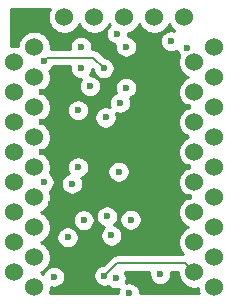
<source format=gbr>
G04 #@! TF.GenerationSoftware,KiCad,Pcbnew,5.1.5+dfsg1-2build2*
G04 #@! TF.CreationDate,2023-07-02T11:19:25+01:00*
G04 #@! TF.ProjectId,hd36106_replacement,68643336-3130-4365-9f72-65706c616365,rev?*
G04 #@! TF.SameCoordinates,Original*
G04 #@! TF.FileFunction,Copper,L2,Inr*
G04 #@! TF.FilePolarity,Positive*
%FSLAX46Y46*%
G04 Gerber Fmt 4.6, Leading zero omitted, Abs format (unit mm)*
G04 Created by KiCad (PCBNEW 5.1.5+dfsg1-2build2) date 2023-07-02 11:19:25*
%MOMM*%
%LPD*%
G04 APERTURE LIST*
%ADD10C,1.524000*%
%ADD11C,0.600000*%
%ADD12C,0.200000*%
%ADD13C,0.254000*%
G04 APERTURE END LIST*
D10*
X119330000Y-88000000D03*
X119330000Y-90540000D03*
X119330000Y-93080000D03*
X119330000Y-95620000D03*
X119330000Y-98160000D03*
X119330000Y-100700000D03*
X119330000Y-103240000D03*
X119330000Y-105780000D03*
X134570000Y-105780000D03*
X134570000Y-103240000D03*
X134570000Y-100700000D03*
X134570000Y-98160000D03*
X134570000Y-95620000D03*
X134570000Y-93080000D03*
X134570000Y-90540000D03*
X134570000Y-88000000D03*
X121000000Y-107070000D03*
X121000000Y-104530000D03*
X121000000Y-101990000D03*
X121000000Y-99450000D03*
X121000000Y-96910000D03*
X121000000Y-94370000D03*
X121000000Y-91830000D03*
X121000000Y-89290000D03*
X121000000Y-86750000D03*
X123540000Y-84210000D03*
X126080000Y-84210000D03*
X128620000Y-84210000D03*
X131160000Y-84210000D03*
X133700000Y-84210000D03*
X136240000Y-86750000D03*
X136240000Y-89290000D03*
X136240000Y-91830000D03*
X136240000Y-94370000D03*
X136240000Y-96910000D03*
X136240000Y-99450000D03*
X136240000Y-101990000D03*
X136240000Y-104530000D03*
X136240000Y-107070000D03*
D11*
X122682000Y-106172000D03*
X131402002Y-107061000D03*
X125452500Y-104671500D03*
X125730000Y-95377000D03*
X124333000Y-89789000D03*
X121666000Y-93091000D03*
X121666000Y-95631000D03*
X121666000Y-90551000D03*
X119253000Y-86233000D03*
X133985000Y-91821000D03*
X122428000Y-100017500D03*
X133858000Y-94361000D03*
X134112000Y-99441000D03*
X133985000Y-96901000D03*
X124402001Y-90678000D03*
X124714000Y-92075000D03*
X124714000Y-96901000D03*
X129159000Y-101346000D03*
X129032000Y-107569000D03*
X123825000Y-102846500D03*
X121793000Y-98171000D03*
X121799998Y-87930121D03*
X126873000Y-88512500D03*
X125183818Y-101384182D03*
X124968000Y-88517100D03*
X126944152Y-106084010D03*
X127531500Y-102682998D03*
X127889000Y-106299000D03*
X131669041Y-105939393D03*
X132588000Y-86233000D03*
X128016000Y-85598000D03*
X128778000Y-90170000D03*
X128778000Y-86687500D03*
X125730000Y-90043000D03*
X124968000Y-86692100D03*
X128143000Y-97282000D03*
X128270000Y-91451500D03*
X133970000Y-86819127D03*
X127041270Y-92691746D03*
X127158968Y-101058225D03*
X124206000Y-98298000D03*
D12*
X125990622Y-87630122D02*
X126873000Y-88512500D01*
X122099997Y-87630122D02*
X125990622Y-87630122D01*
X121799998Y-87930121D02*
X122099997Y-87630122D01*
X133808001Y-105018001D02*
X128010161Y-105018001D01*
X128010161Y-105018001D02*
X126944152Y-106084010D01*
X134570000Y-105780000D02*
X133808001Y-105018001D01*
D13*
G36*
X130734041Y-105847304D02*
G01*
X130734041Y-106031482D01*
X130769973Y-106212122D01*
X130840455Y-106382282D01*
X130942779Y-106535421D01*
X131073013Y-106665655D01*
X131226152Y-106767979D01*
X131396312Y-106838461D01*
X131576952Y-106874393D01*
X131761130Y-106874393D01*
X131941770Y-106838461D01*
X132111930Y-106767979D01*
X132265069Y-106665655D01*
X132395303Y-106535421D01*
X132497627Y-106382282D01*
X132568109Y-106212122D01*
X132604041Y-106031482D01*
X132604041Y-105847304D01*
X132585283Y-105753001D01*
X133173000Y-105753001D01*
X133173000Y-105917592D01*
X133226686Y-106187490D01*
X133331995Y-106441727D01*
X133484880Y-106670535D01*
X133679465Y-106865120D01*
X133908273Y-107018005D01*
X134162510Y-107123314D01*
X134432408Y-107177000D01*
X134707592Y-107177000D01*
X134843000Y-107150066D01*
X134843000Y-107207592D01*
X134896686Y-107477490D01*
X134924235Y-107544000D01*
X129967000Y-107544000D01*
X129967000Y-107476911D01*
X129931068Y-107296271D01*
X129860586Y-107126111D01*
X129758262Y-106972972D01*
X129628028Y-106842738D01*
X129474889Y-106740414D01*
X129304729Y-106669932D01*
X129124089Y-106634000D01*
X128939911Y-106634000D01*
X128759271Y-106669932D01*
X128744931Y-106675872D01*
X128788068Y-106571729D01*
X128824000Y-106391089D01*
X128824000Y-106206911D01*
X128788068Y-106026271D01*
X128717586Y-105856111D01*
X128648690Y-105753001D01*
X130752799Y-105753001D01*
X130734041Y-105847304D01*
G37*
X130734041Y-105847304D02*
X130734041Y-106031482D01*
X130769973Y-106212122D01*
X130840455Y-106382282D01*
X130942779Y-106535421D01*
X131073013Y-106665655D01*
X131226152Y-106767979D01*
X131396312Y-106838461D01*
X131576952Y-106874393D01*
X131761130Y-106874393D01*
X131941770Y-106838461D01*
X132111930Y-106767979D01*
X132265069Y-106665655D01*
X132395303Y-106535421D01*
X132497627Y-106382282D01*
X132568109Y-106212122D01*
X132604041Y-106031482D01*
X132604041Y-105847304D01*
X132585283Y-105753001D01*
X133173000Y-105753001D01*
X133173000Y-105917592D01*
X133226686Y-106187490D01*
X133331995Y-106441727D01*
X133484880Y-106670535D01*
X133679465Y-106865120D01*
X133908273Y-107018005D01*
X134162510Y-107123314D01*
X134432408Y-107177000D01*
X134707592Y-107177000D01*
X134843000Y-107150066D01*
X134843000Y-107207592D01*
X134896686Y-107477490D01*
X134924235Y-107544000D01*
X129967000Y-107544000D01*
X129967000Y-107476911D01*
X129931068Y-107296271D01*
X129860586Y-107126111D01*
X129758262Y-106972972D01*
X129628028Y-106842738D01*
X129474889Y-106740414D01*
X129304729Y-106669932D01*
X129124089Y-106634000D01*
X128939911Y-106634000D01*
X128759271Y-106669932D01*
X128744931Y-106675872D01*
X128788068Y-106571729D01*
X128824000Y-106391089D01*
X128824000Y-106206911D01*
X128788068Y-106026271D01*
X128717586Y-105856111D01*
X128648690Y-105753001D01*
X130752799Y-105753001D01*
X130734041Y-105847304D01*
G36*
X122301995Y-83548273D02*
G01*
X122196686Y-83802510D01*
X122143000Y-84072408D01*
X122143000Y-84347592D01*
X122196686Y-84617490D01*
X122301995Y-84871727D01*
X122454880Y-85100535D01*
X122649465Y-85295120D01*
X122878273Y-85448005D01*
X123132510Y-85553314D01*
X123402408Y-85607000D01*
X123677592Y-85607000D01*
X123947490Y-85553314D01*
X124201727Y-85448005D01*
X124430535Y-85295120D01*
X124625120Y-85100535D01*
X124778005Y-84871727D01*
X124810000Y-84794485D01*
X124841995Y-84871727D01*
X124994880Y-85100535D01*
X125189465Y-85295120D01*
X125418273Y-85448005D01*
X125672510Y-85553314D01*
X125942408Y-85607000D01*
X126217592Y-85607000D01*
X126487490Y-85553314D01*
X126741727Y-85448005D01*
X126970535Y-85295120D01*
X127165120Y-85100535D01*
X127318005Y-84871727D01*
X127350000Y-84794485D01*
X127381995Y-84871727D01*
X127397211Y-84894499D01*
X127289738Y-85001972D01*
X127187414Y-85155111D01*
X127116932Y-85325271D01*
X127081000Y-85505911D01*
X127081000Y-85690089D01*
X127116932Y-85870729D01*
X127187414Y-86040889D01*
X127289738Y-86194028D01*
X127419972Y-86324262D01*
X127573111Y-86426586D01*
X127743271Y-86497068D01*
X127858022Y-86519894D01*
X127843000Y-86595411D01*
X127843000Y-86779589D01*
X127878932Y-86960229D01*
X127949414Y-87130389D01*
X128051738Y-87283528D01*
X128181972Y-87413762D01*
X128335111Y-87516086D01*
X128505271Y-87586568D01*
X128685911Y-87622500D01*
X128870089Y-87622500D01*
X129050729Y-87586568D01*
X129220889Y-87516086D01*
X129374028Y-87413762D01*
X129504262Y-87283528D01*
X129606586Y-87130389D01*
X129677068Y-86960229D01*
X129713000Y-86779589D01*
X129713000Y-86595411D01*
X129677068Y-86414771D01*
X129606586Y-86244611D01*
X129504262Y-86091472D01*
X129374028Y-85961238D01*
X129220889Y-85858914D01*
X129050729Y-85788432D01*
X128935978Y-85765606D01*
X128951000Y-85690089D01*
X128951000Y-85568529D01*
X129027490Y-85553314D01*
X129281727Y-85448005D01*
X129510535Y-85295120D01*
X129705120Y-85100535D01*
X129858005Y-84871727D01*
X129890000Y-84794485D01*
X129921995Y-84871727D01*
X130074880Y-85100535D01*
X130269465Y-85295120D01*
X130498273Y-85448005D01*
X130752510Y-85553314D01*
X131022408Y-85607000D01*
X131297592Y-85607000D01*
X131567490Y-85553314D01*
X131821727Y-85448005D01*
X132050535Y-85295120D01*
X132245120Y-85100535D01*
X132398005Y-84871727D01*
X132430000Y-84794485D01*
X132461995Y-84871727D01*
X132614880Y-85100535D01*
X132809465Y-85295120D01*
X132878678Y-85341366D01*
X132860729Y-85333932D01*
X132680089Y-85298000D01*
X132495911Y-85298000D01*
X132315271Y-85333932D01*
X132145111Y-85404414D01*
X131991972Y-85506738D01*
X131861738Y-85636972D01*
X131759414Y-85790111D01*
X131688932Y-85960271D01*
X131653000Y-86140911D01*
X131653000Y-86325089D01*
X131688932Y-86505729D01*
X131759414Y-86675889D01*
X131861738Y-86829028D01*
X131991972Y-86959262D01*
X132145111Y-87061586D01*
X132315271Y-87132068D01*
X132495911Y-87168000D01*
X132680089Y-87168000D01*
X132860729Y-87132068D01*
X133030889Y-87061586D01*
X133060919Y-87041520D01*
X133070932Y-87091856D01*
X133141414Y-87262016D01*
X133243738Y-87415155D01*
X133283627Y-87455044D01*
X133226686Y-87592510D01*
X133173000Y-87862408D01*
X133173000Y-88137592D01*
X133226686Y-88407490D01*
X133331995Y-88661727D01*
X133484880Y-88890535D01*
X133679465Y-89085120D01*
X133908273Y-89238005D01*
X133985515Y-89270000D01*
X133908273Y-89301995D01*
X133679465Y-89454880D01*
X133484880Y-89649465D01*
X133331995Y-89878273D01*
X133226686Y-90132510D01*
X133173000Y-90402408D01*
X133173000Y-90677592D01*
X133226686Y-90947490D01*
X133331995Y-91201727D01*
X133484880Y-91430535D01*
X133679465Y-91625120D01*
X133908273Y-91778005D01*
X133985515Y-91810000D01*
X133908273Y-91841995D01*
X133679465Y-91994880D01*
X133484880Y-92189465D01*
X133331995Y-92418273D01*
X133226686Y-92672510D01*
X133173000Y-92942408D01*
X133173000Y-93217592D01*
X133226686Y-93487490D01*
X133331995Y-93741727D01*
X133484880Y-93970535D01*
X133679465Y-94165120D01*
X133908273Y-94318005D01*
X133985515Y-94350000D01*
X133908273Y-94381995D01*
X133679465Y-94534880D01*
X133484880Y-94729465D01*
X133331995Y-94958273D01*
X133226686Y-95212510D01*
X133173000Y-95482408D01*
X133173000Y-95757592D01*
X133226686Y-96027490D01*
X133331995Y-96281727D01*
X133484880Y-96510535D01*
X133679465Y-96705120D01*
X133908273Y-96858005D01*
X133985515Y-96890000D01*
X133908273Y-96921995D01*
X133679465Y-97074880D01*
X133484880Y-97269465D01*
X133331995Y-97498273D01*
X133226686Y-97752510D01*
X133173000Y-98022408D01*
X133173000Y-98297592D01*
X133226686Y-98567490D01*
X133331995Y-98821727D01*
X133484880Y-99050535D01*
X133679465Y-99245120D01*
X133908273Y-99398005D01*
X133985515Y-99430000D01*
X133908273Y-99461995D01*
X133679465Y-99614880D01*
X133484880Y-99809465D01*
X133331995Y-100038273D01*
X133226686Y-100292510D01*
X133173000Y-100562408D01*
X133173000Y-100837592D01*
X133226686Y-101107490D01*
X133331995Y-101361727D01*
X133484880Y-101590535D01*
X133679465Y-101785120D01*
X133908273Y-101938005D01*
X133985515Y-101970000D01*
X133908273Y-102001995D01*
X133679465Y-102154880D01*
X133484880Y-102349465D01*
X133331995Y-102578273D01*
X133226686Y-102832510D01*
X133173000Y-103102408D01*
X133173000Y-103377592D01*
X133226686Y-103647490D01*
X133331995Y-103901727D01*
X133484880Y-104130535D01*
X133637346Y-104283001D01*
X128046255Y-104283001D01*
X128010160Y-104279446D01*
X127974065Y-104283001D01*
X127974056Y-104283001D01*
X127866076Y-104293636D01*
X127727528Y-104335664D01*
X127599841Y-104403914D01*
X127487923Y-104495763D01*
X127464907Y-104523808D01*
X126836637Y-105152078D01*
X126671423Y-105184942D01*
X126501263Y-105255424D01*
X126348124Y-105357748D01*
X126217890Y-105487982D01*
X126115566Y-105641121D01*
X126045084Y-105811281D01*
X126009152Y-105991921D01*
X126009152Y-106176099D01*
X126045084Y-106356739D01*
X126115566Y-106526899D01*
X126217890Y-106680038D01*
X126348124Y-106810272D01*
X126501263Y-106912596D01*
X126671423Y-106983078D01*
X126852063Y-107019010D01*
X127036241Y-107019010D01*
X127216881Y-106983078D01*
X127240857Y-106973147D01*
X127292972Y-107025262D01*
X127446111Y-107127586D01*
X127616271Y-107198068D01*
X127796911Y-107234000D01*
X127981089Y-107234000D01*
X128161729Y-107198068D01*
X128176069Y-107192128D01*
X128132932Y-107296271D01*
X128097000Y-107476911D01*
X128097000Y-107544000D01*
X122315765Y-107544000D01*
X122343314Y-107477490D01*
X122397000Y-107207592D01*
X122397000Y-107065985D01*
X122409271Y-107071068D01*
X122589911Y-107107000D01*
X122774089Y-107107000D01*
X122954729Y-107071068D01*
X123124889Y-107000586D01*
X123278028Y-106898262D01*
X123408262Y-106768028D01*
X123510586Y-106614889D01*
X123581068Y-106444729D01*
X123617000Y-106264089D01*
X123617000Y-106079911D01*
X123581068Y-105899271D01*
X123510586Y-105729111D01*
X123408262Y-105575972D01*
X123278028Y-105445738D01*
X123124889Y-105343414D01*
X122954729Y-105272932D01*
X122774089Y-105237000D01*
X122589911Y-105237000D01*
X122409271Y-105272932D01*
X122239111Y-105343414D01*
X122085972Y-105445738D01*
X121955738Y-105575972D01*
X121853414Y-105729111D01*
X121782932Y-105899271D01*
X121780525Y-105911373D01*
X121661727Y-105831995D01*
X121584485Y-105800000D01*
X121661727Y-105768005D01*
X121890535Y-105615120D01*
X122085120Y-105420535D01*
X122238005Y-105191727D01*
X122343314Y-104937490D01*
X122397000Y-104667592D01*
X122397000Y-104392408D01*
X122343314Y-104122510D01*
X122238005Y-103868273D01*
X122085120Y-103639465D01*
X121890535Y-103444880D01*
X121661727Y-103291995D01*
X121584485Y-103260000D01*
X121661727Y-103228005D01*
X121890535Y-103075120D01*
X122085120Y-102880535D01*
X122169393Y-102754411D01*
X122890000Y-102754411D01*
X122890000Y-102938589D01*
X122925932Y-103119229D01*
X122996414Y-103289389D01*
X123098738Y-103442528D01*
X123228972Y-103572762D01*
X123382111Y-103675086D01*
X123552271Y-103745568D01*
X123732911Y-103781500D01*
X123917089Y-103781500D01*
X124097729Y-103745568D01*
X124267889Y-103675086D01*
X124421028Y-103572762D01*
X124551262Y-103442528D01*
X124653586Y-103289389D01*
X124724068Y-103119229D01*
X124760000Y-102938589D01*
X124760000Y-102754411D01*
X124724068Y-102573771D01*
X124653586Y-102403611D01*
X124551262Y-102250472D01*
X124421028Y-102120238D01*
X124267889Y-102017914D01*
X124097729Y-101947432D01*
X123917089Y-101911500D01*
X123732911Y-101911500D01*
X123552271Y-101947432D01*
X123382111Y-102017914D01*
X123228972Y-102120238D01*
X123098738Y-102250472D01*
X122996414Y-102403611D01*
X122925932Y-102573771D01*
X122890000Y-102754411D01*
X122169393Y-102754411D01*
X122238005Y-102651727D01*
X122343314Y-102397490D01*
X122397000Y-102127592D01*
X122397000Y-101852408D01*
X122343314Y-101582510D01*
X122238005Y-101328273D01*
X122213831Y-101292093D01*
X124248818Y-101292093D01*
X124248818Y-101476271D01*
X124284750Y-101656911D01*
X124355232Y-101827071D01*
X124457556Y-101980210D01*
X124587790Y-102110444D01*
X124740929Y-102212768D01*
X124911089Y-102283250D01*
X125091729Y-102319182D01*
X125275907Y-102319182D01*
X125456547Y-102283250D01*
X125626707Y-102212768D01*
X125779846Y-102110444D01*
X125910080Y-101980210D01*
X126012404Y-101827071D01*
X126082886Y-101656911D01*
X126118818Y-101476271D01*
X126118818Y-101292093D01*
X126082886Y-101111453D01*
X126022695Y-100966136D01*
X126223968Y-100966136D01*
X126223968Y-101150314D01*
X126259900Y-101330954D01*
X126330382Y-101501114D01*
X126432706Y-101654253D01*
X126562940Y-101784487D01*
X126716079Y-101886811D01*
X126886239Y-101957293D01*
X126926839Y-101965369D01*
X126805238Y-102086970D01*
X126702914Y-102240109D01*
X126632432Y-102410269D01*
X126596500Y-102590909D01*
X126596500Y-102775087D01*
X126632432Y-102955727D01*
X126702914Y-103125887D01*
X126805238Y-103279026D01*
X126935472Y-103409260D01*
X127088611Y-103511584D01*
X127258771Y-103582066D01*
X127439411Y-103617998D01*
X127623589Y-103617998D01*
X127804229Y-103582066D01*
X127974389Y-103511584D01*
X128127528Y-103409260D01*
X128257762Y-103279026D01*
X128360086Y-103125887D01*
X128430568Y-102955727D01*
X128466500Y-102775087D01*
X128466500Y-102590909D01*
X128430568Y-102410269D01*
X128360086Y-102240109D01*
X128257762Y-102086970D01*
X128127528Y-101956736D01*
X127974389Y-101854412D01*
X127804229Y-101783930D01*
X127763629Y-101775854D01*
X127885230Y-101654253D01*
X127987554Y-101501114D01*
X128058036Y-101330954D01*
X128073361Y-101253911D01*
X128224000Y-101253911D01*
X128224000Y-101438089D01*
X128259932Y-101618729D01*
X128330414Y-101788889D01*
X128432738Y-101942028D01*
X128562972Y-102072262D01*
X128716111Y-102174586D01*
X128886271Y-102245068D01*
X129066911Y-102281000D01*
X129251089Y-102281000D01*
X129431729Y-102245068D01*
X129601889Y-102174586D01*
X129755028Y-102072262D01*
X129885262Y-101942028D01*
X129987586Y-101788889D01*
X130058068Y-101618729D01*
X130094000Y-101438089D01*
X130094000Y-101253911D01*
X130058068Y-101073271D01*
X129987586Y-100903111D01*
X129885262Y-100749972D01*
X129755028Y-100619738D01*
X129601889Y-100517414D01*
X129431729Y-100446932D01*
X129251089Y-100411000D01*
X129066911Y-100411000D01*
X128886271Y-100446932D01*
X128716111Y-100517414D01*
X128562972Y-100619738D01*
X128432738Y-100749972D01*
X128330414Y-100903111D01*
X128259932Y-101073271D01*
X128224000Y-101253911D01*
X128073361Y-101253911D01*
X128093968Y-101150314D01*
X128093968Y-100966136D01*
X128058036Y-100785496D01*
X127987554Y-100615336D01*
X127885230Y-100462197D01*
X127754996Y-100331963D01*
X127601857Y-100229639D01*
X127431697Y-100159157D01*
X127251057Y-100123225D01*
X127066879Y-100123225D01*
X126886239Y-100159157D01*
X126716079Y-100229639D01*
X126562940Y-100331963D01*
X126432706Y-100462197D01*
X126330382Y-100615336D01*
X126259900Y-100785496D01*
X126223968Y-100966136D01*
X126022695Y-100966136D01*
X126012404Y-100941293D01*
X125910080Y-100788154D01*
X125779846Y-100657920D01*
X125626707Y-100555596D01*
X125456547Y-100485114D01*
X125275907Y-100449182D01*
X125091729Y-100449182D01*
X124911089Y-100485114D01*
X124740929Y-100555596D01*
X124587790Y-100657920D01*
X124457556Y-100788154D01*
X124355232Y-100941293D01*
X124284750Y-101111453D01*
X124248818Y-101292093D01*
X122213831Y-101292093D01*
X122085120Y-101099465D01*
X121890535Y-100904880D01*
X121661727Y-100751995D01*
X121584485Y-100720000D01*
X121661727Y-100688005D01*
X121890535Y-100535120D01*
X122085120Y-100340535D01*
X122238005Y-100111727D01*
X122343314Y-99857490D01*
X122397000Y-99587592D01*
X122397000Y-99312408D01*
X122343314Y-99042510D01*
X122306102Y-98952672D01*
X122389028Y-98897262D01*
X122519262Y-98767028D01*
X122621586Y-98613889D01*
X122692068Y-98443729D01*
X122728000Y-98263089D01*
X122728000Y-98205911D01*
X123271000Y-98205911D01*
X123271000Y-98390089D01*
X123306932Y-98570729D01*
X123377414Y-98740889D01*
X123479738Y-98894028D01*
X123609972Y-99024262D01*
X123763111Y-99126586D01*
X123933271Y-99197068D01*
X124113911Y-99233000D01*
X124298089Y-99233000D01*
X124478729Y-99197068D01*
X124648889Y-99126586D01*
X124802028Y-99024262D01*
X124932262Y-98894028D01*
X125034586Y-98740889D01*
X125105068Y-98570729D01*
X125141000Y-98390089D01*
X125141000Y-98205911D01*
X125105068Y-98025271D01*
X125034586Y-97855111D01*
X124995406Y-97796474D01*
X125156889Y-97729586D01*
X125310028Y-97627262D01*
X125440262Y-97497028D01*
X125542586Y-97343889D01*
X125606365Y-97189911D01*
X127208000Y-97189911D01*
X127208000Y-97374089D01*
X127243932Y-97554729D01*
X127314414Y-97724889D01*
X127416738Y-97878028D01*
X127546972Y-98008262D01*
X127700111Y-98110586D01*
X127870271Y-98181068D01*
X128050911Y-98217000D01*
X128235089Y-98217000D01*
X128415729Y-98181068D01*
X128585889Y-98110586D01*
X128739028Y-98008262D01*
X128869262Y-97878028D01*
X128971586Y-97724889D01*
X129042068Y-97554729D01*
X129078000Y-97374089D01*
X129078000Y-97189911D01*
X129042068Y-97009271D01*
X128971586Y-96839111D01*
X128869262Y-96685972D01*
X128739028Y-96555738D01*
X128585889Y-96453414D01*
X128415729Y-96382932D01*
X128235089Y-96347000D01*
X128050911Y-96347000D01*
X127870271Y-96382932D01*
X127700111Y-96453414D01*
X127546972Y-96555738D01*
X127416738Y-96685972D01*
X127314414Y-96839111D01*
X127243932Y-97009271D01*
X127208000Y-97189911D01*
X125606365Y-97189911D01*
X125613068Y-97173729D01*
X125649000Y-96993089D01*
X125649000Y-96808911D01*
X125613068Y-96628271D01*
X125542586Y-96458111D01*
X125440262Y-96304972D01*
X125310028Y-96174738D01*
X125156889Y-96072414D01*
X124986729Y-96001932D01*
X124806089Y-95966000D01*
X124621911Y-95966000D01*
X124441271Y-96001932D01*
X124271111Y-96072414D01*
X124117972Y-96174738D01*
X123987738Y-96304972D01*
X123885414Y-96458111D01*
X123814932Y-96628271D01*
X123779000Y-96808911D01*
X123779000Y-96993089D01*
X123814932Y-97173729D01*
X123885414Y-97343889D01*
X123924594Y-97402526D01*
X123763111Y-97469414D01*
X123609972Y-97571738D01*
X123479738Y-97701972D01*
X123377414Y-97855111D01*
X123306932Y-98025271D01*
X123271000Y-98205911D01*
X122728000Y-98205911D01*
X122728000Y-98078911D01*
X122692068Y-97898271D01*
X122621586Y-97728111D01*
X122519262Y-97574972D01*
X122389028Y-97444738D01*
X122311941Y-97393230D01*
X122343314Y-97317490D01*
X122397000Y-97047592D01*
X122397000Y-96772408D01*
X122343314Y-96502510D01*
X122238005Y-96248273D01*
X122085120Y-96019465D01*
X121890535Y-95824880D01*
X121661727Y-95671995D01*
X121584485Y-95640000D01*
X121661727Y-95608005D01*
X121890535Y-95455120D01*
X122085120Y-95260535D01*
X122238005Y-95031727D01*
X122343314Y-94777490D01*
X122397000Y-94507592D01*
X122397000Y-94232408D01*
X122343314Y-93962510D01*
X122238005Y-93708273D01*
X122085120Y-93479465D01*
X121890535Y-93284880D01*
X121661727Y-93131995D01*
X121584485Y-93100000D01*
X121661727Y-93068005D01*
X121890535Y-92915120D01*
X122085120Y-92720535D01*
X122238005Y-92491727D01*
X122343314Y-92237490D01*
X122393952Y-91982911D01*
X123779000Y-91982911D01*
X123779000Y-92167089D01*
X123814932Y-92347729D01*
X123885414Y-92517889D01*
X123987738Y-92671028D01*
X124117972Y-92801262D01*
X124271111Y-92903586D01*
X124441271Y-92974068D01*
X124621911Y-93010000D01*
X124806089Y-93010000D01*
X124986729Y-92974068D01*
X125156889Y-92903586D01*
X125310028Y-92801262D01*
X125440262Y-92671028D01*
X125487950Y-92599657D01*
X126106270Y-92599657D01*
X126106270Y-92783835D01*
X126142202Y-92964475D01*
X126212684Y-93134635D01*
X126315008Y-93287774D01*
X126445242Y-93418008D01*
X126598381Y-93520332D01*
X126768541Y-93590814D01*
X126949181Y-93626746D01*
X127133359Y-93626746D01*
X127313999Y-93590814D01*
X127484159Y-93520332D01*
X127637298Y-93418008D01*
X127767532Y-93287774D01*
X127869856Y-93134635D01*
X127940338Y-92964475D01*
X127976270Y-92783835D01*
X127976270Y-92599657D01*
X127940338Y-92419017D01*
X127894323Y-92307926D01*
X127997271Y-92350568D01*
X128177911Y-92386500D01*
X128362089Y-92386500D01*
X128542729Y-92350568D01*
X128712889Y-92280086D01*
X128866028Y-92177762D01*
X128996262Y-92047528D01*
X129098586Y-91894389D01*
X129169068Y-91724229D01*
X129205000Y-91543589D01*
X129205000Y-91359411D01*
X129169068Y-91178771D01*
X129112952Y-91043294D01*
X129220889Y-90998586D01*
X129374028Y-90896262D01*
X129504262Y-90766028D01*
X129606586Y-90612889D01*
X129677068Y-90442729D01*
X129713000Y-90262089D01*
X129713000Y-90077911D01*
X129677068Y-89897271D01*
X129606586Y-89727111D01*
X129504262Y-89573972D01*
X129374028Y-89443738D01*
X129220889Y-89341414D01*
X129050729Y-89270932D01*
X128870089Y-89235000D01*
X128685911Y-89235000D01*
X128505271Y-89270932D01*
X128335111Y-89341414D01*
X128181972Y-89443738D01*
X128051738Y-89573972D01*
X127949414Y-89727111D01*
X127878932Y-89897271D01*
X127843000Y-90077911D01*
X127843000Y-90262089D01*
X127878932Y-90442729D01*
X127935048Y-90578206D01*
X127827111Y-90622914D01*
X127673972Y-90725238D01*
X127543738Y-90855472D01*
X127441414Y-91008611D01*
X127370932Y-91178771D01*
X127335000Y-91359411D01*
X127335000Y-91543589D01*
X127370932Y-91724229D01*
X127416947Y-91835320D01*
X127313999Y-91792678D01*
X127133359Y-91756746D01*
X126949181Y-91756746D01*
X126768541Y-91792678D01*
X126598381Y-91863160D01*
X126445242Y-91965484D01*
X126315008Y-92095718D01*
X126212684Y-92248857D01*
X126142202Y-92419017D01*
X126106270Y-92599657D01*
X125487950Y-92599657D01*
X125542586Y-92517889D01*
X125613068Y-92347729D01*
X125649000Y-92167089D01*
X125649000Y-91982911D01*
X125613068Y-91802271D01*
X125542586Y-91632111D01*
X125440262Y-91478972D01*
X125310028Y-91348738D01*
X125156889Y-91246414D01*
X124986729Y-91175932D01*
X124806089Y-91140000D01*
X124621911Y-91140000D01*
X124441271Y-91175932D01*
X124271111Y-91246414D01*
X124117972Y-91348738D01*
X123987738Y-91478972D01*
X123885414Y-91632111D01*
X123814932Y-91802271D01*
X123779000Y-91982911D01*
X122393952Y-91982911D01*
X122397000Y-91967592D01*
X122397000Y-91692408D01*
X122343314Y-91422510D01*
X122238005Y-91168273D01*
X122085120Y-90939465D01*
X121890535Y-90744880D01*
X121661727Y-90591995D01*
X121584485Y-90560000D01*
X121661727Y-90528005D01*
X121890535Y-90375120D01*
X122085120Y-90180535D01*
X122238005Y-89951727D01*
X122343314Y-89697490D01*
X122397000Y-89427592D01*
X122397000Y-89152408D01*
X122343314Y-88882510D01*
X122281379Y-88732987D01*
X122396026Y-88656383D01*
X122526260Y-88526149D01*
X122628584Y-88373010D01*
X122631851Y-88365122D01*
X124044913Y-88365122D01*
X124033000Y-88425011D01*
X124033000Y-88609189D01*
X124068932Y-88789829D01*
X124139414Y-88959989D01*
X124241738Y-89113128D01*
X124371972Y-89243362D01*
X124525111Y-89345686D01*
X124695271Y-89416168D01*
X124875911Y-89452100D01*
X125000312Y-89452100D01*
X124901414Y-89600111D01*
X124830932Y-89770271D01*
X124795000Y-89950911D01*
X124795000Y-90135089D01*
X124830932Y-90315729D01*
X124901414Y-90485889D01*
X125003738Y-90639028D01*
X125133972Y-90769262D01*
X125287111Y-90871586D01*
X125457271Y-90942068D01*
X125637911Y-90978000D01*
X125822089Y-90978000D01*
X126002729Y-90942068D01*
X126172889Y-90871586D01*
X126326028Y-90769262D01*
X126456262Y-90639028D01*
X126558586Y-90485889D01*
X126629068Y-90315729D01*
X126665000Y-90135089D01*
X126665000Y-89950911D01*
X126629068Y-89770271D01*
X126558586Y-89600111D01*
X126456262Y-89446972D01*
X126326028Y-89316738D01*
X126172889Y-89214414D01*
X126002729Y-89143932D01*
X125822089Y-89108000D01*
X125697688Y-89108000D01*
X125796586Y-88959989D01*
X125867068Y-88789829D01*
X125903000Y-88609189D01*
X125903000Y-88581946D01*
X125941068Y-88620015D01*
X125973932Y-88785229D01*
X126044414Y-88955389D01*
X126146738Y-89108528D01*
X126276972Y-89238762D01*
X126430111Y-89341086D01*
X126600271Y-89411568D01*
X126780911Y-89447500D01*
X126965089Y-89447500D01*
X127145729Y-89411568D01*
X127315889Y-89341086D01*
X127469028Y-89238762D01*
X127599262Y-89108528D01*
X127701586Y-88955389D01*
X127772068Y-88785229D01*
X127808000Y-88604589D01*
X127808000Y-88420411D01*
X127772068Y-88239771D01*
X127701586Y-88069611D01*
X127599262Y-87916472D01*
X127469028Y-87786238D01*
X127315889Y-87683914D01*
X127145729Y-87613432D01*
X126980515Y-87580568D01*
X126535880Y-87135934D01*
X126512860Y-87107884D01*
X126400942Y-87016035D01*
X126273255Y-86947785D01*
X126134707Y-86905757D01*
X126026727Y-86895122D01*
X125990622Y-86891566D01*
X125954517Y-86895122D01*
X125880934Y-86895122D01*
X125903000Y-86784189D01*
X125903000Y-86600011D01*
X125867068Y-86419371D01*
X125796586Y-86249211D01*
X125694262Y-86096072D01*
X125564028Y-85965838D01*
X125410889Y-85863514D01*
X125240729Y-85793032D01*
X125060089Y-85757100D01*
X124875911Y-85757100D01*
X124695271Y-85793032D01*
X124525111Y-85863514D01*
X124371972Y-85965838D01*
X124241738Y-86096072D01*
X124139414Y-86249211D01*
X124068932Y-86419371D01*
X124033000Y-86600011D01*
X124033000Y-86784189D01*
X124055066Y-86895122D01*
X122395502Y-86895122D01*
X122397000Y-86887592D01*
X122397000Y-86612408D01*
X122343314Y-86342510D01*
X122238005Y-86088273D01*
X122085120Y-85859465D01*
X121890535Y-85664880D01*
X121661727Y-85511995D01*
X121407490Y-85406686D01*
X121137592Y-85353000D01*
X120862408Y-85353000D01*
X120592510Y-85406686D01*
X120338273Y-85511995D01*
X120109465Y-85664880D01*
X119914880Y-85859465D01*
X119761995Y-86088273D01*
X119656686Y-86342510D01*
X119603000Y-86612408D01*
X119603000Y-86628378D01*
X119532865Y-86610977D01*
X119257983Y-86598090D01*
X119024000Y-86633334D01*
X119024000Y-83464000D01*
X122358305Y-83464000D01*
X122301995Y-83548273D01*
G37*
X122301995Y-83548273D02*
X122196686Y-83802510D01*
X122143000Y-84072408D01*
X122143000Y-84347592D01*
X122196686Y-84617490D01*
X122301995Y-84871727D01*
X122454880Y-85100535D01*
X122649465Y-85295120D01*
X122878273Y-85448005D01*
X123132510Y-85553314D01*
X123402408Y-85607000D01*
X123677592Y-85607000D01*
X123947490Y-85553314D01*
X124201727Y-85448005D01*
X124430535Y-85295120D01*
X124625120Y-85100535D01*
X124778005Y-84871727D01*
X124810000Y-84794485D01*
X124841995Y-84871727D01*
X124994880Y-85100535D01*
X125189465Y-85295120D01*
X125418273Y-85448005D01*
X125672510Y-85553314D01*
X125942408Y-85607000D01*
X126217592Y-85607000D01*
X126487490Y-85553314D01*
X126741727Y-85448005D01*
X126970535Y-85295120D01*
X127165120Y-85100535D01*
X127318005Y-84871727D01*
X127350000Y-84794485D01*
X127381995Y-84871727D01*
X127397211Y-84894499D01*
X127289738Y-85001972D01*
X127187414Y-85155111D01*
X127116932Y-85325271D01*
X127081000Y-85505911D01*
X127081000Y-85690089D01*
X127116932Y-85870729D01*
X127187414Y-86040889D01*
X127289738Y-86194028D01*
X127419972Y-86324262D01*
X127573111Y-86426586D01*
X127743271Y-86497068D01*
X127858022Y-86519894D01*
X127843000Y-86595411D01*
X127843000Y-86779589D01*
X127878932Y-86960229D01*
X127949414Y-87130389D01*
X128051738Y-87283528D01*
X128181972Y-87413762D01*
X128335111Y-87516086D01*
X128505271Y-87586568D01*
X128685911Y-87622500D01*
X128870089Y-87622500D01*
X129050729Y-87586568D01*
X129220889Y-87516086D01*
X129374028Y-87413762D01*
X129504262Y-87283528D01*
X129606586Y-87130389D01*
X129677068Y-86960229D01*
X129713000Y-86779589D01*
X129713000Y-86595411D01*
X129677068Y-86414771D01*
X129606586Y-86244611D01*
X129504262Y-86091472D01*
X129374028Y-85961238D01*
X129220889Y-85858914D01*
X129050729Y-85788432D01*
X128935978Y-85765606D01*
X128951000Y-85690089D01*
X128951000Y-85568529D01*
X129027490Y-85553314D01*
X129281727Y-85448005D01*
X129510535Y-85295120D01*
X129705120Y-85100535D01*
X129858005Y-84871727D01*
X129890000Y-84794485D01*
X129921995Y-84871727D01*
X130074880Y-85100535D01*
X130269465Y-85295120D01*
X130498273Y-85448005D01*
X130752510Y-85553314D01*
X131022408Y-85607000D01*
X131297592Y-85607000D01*
X131567490Y-85553314D01*
X131821727Y-85448005D01*
X132050535Y-85295120D01*
X132245120Y-85100535D01*
X132398005Y-84871727D01*
X132430000Y-84794485D01*
X132461995Y-84871727D01*
X132614880Y-85100535D01*
X132809465Y-85295120D01*
X132878678Y-85341366D01*
X132860729Y-85333932D01*
X132680089Y-85298000D01*
X132495911Y-85298000D01*
X132315271Y-85333932D01*
X132145111Y-85404414D01*
X131991972Y-85506738D01*
X131861738Y-85636972D01*
X131759414Y-85790111D01*
X131688932Y-85960271D01*
X131653000Y-86140911D01*
X131653000Y-86325089D01*
X131688932Y-86505729D01*
X131759414Y-86675889D01*
X131861738Y-86829028D01*
X131991972Y-86959262D01*
X132145111Y-87061586D01*
X132315271Y-87132068D01*
X132495911Y-87168000D01*
X132680089Y-87168000D01*
X132860729Y-87132068D01*
X133030889Y-87061586D01*
X133060919Y-87041520D01*
X133070932Y-87091856D01*
X133141414Y-87262016D01*
X133243738Y-87415155D01*
X133283627Y-87455044D01*
X133226686Y-87592510D01*
X133173000Y-87862408D01*
X133173000Y-88137592D01*
X133226686Y-88407490D01*
X133331995Y-88661727D01*
X133484880Y-88890535D01*
X133679465Y-89085120D01*
X133908273Y-89238005D01*
X133985515Y-89270000D01*
X133908273Y-89301995D01*
X133679465Y-89454880D01*
X133484880Y-89649465D01*
X133331995Y-89878273D01*
X133226686Y-90132510D01*
X133173000Y-90402408D01*
X133173000Y-90677592D01*
X133226686Y-90947490D01*
X133331995Y-91201727D01*
X133484880Y-91430535D01*
X133679465Y-91625120D01*
X133908273Y-91778005D01*
X133985515Y-91810000D01*
X133908273Y-91841995D01*
X133679465Y-91994880D01*
X133484880Y-92189465D01*
X133331995Y-92418273D01*
X133226686Y-92672510D01*
X133173000Y-92942408D01*
X133173000Y-93217592D01*
X133226686Y-93487490D01*
X133331995Y-93741727D01*
X133484880Y-93970535D01*
X133679465Y-94165120D01*
X133908273Y-94318005D01*
X133985515Y-94350000D01*
X133908273Y-94381995D01*
X133679465Y-94534880D01*
X133484880Y-94729465D01*
X133331995Y-94958273D01*
X133226686Y-95212510D01*
X133173000Y-95482408D01*
X133173000Y-95757592D01*
X133226686Y-96027490D01*
X133331995Y-96281727D01*
X133484880Y-96510535D01*
X133679465Y-96705120D01*
X133908273Y-96858005D01*
X133985515Y-96890000D01*
X133908273Y-96921995D01*
X133679465Y-97074880D01*
X133484880Y-97269465D01*
X133331995Y-97498273D01*
X133226686Y-97752510D01*
X133173000Y-98022408D01*
X133173000Y-98297592D01*
X133226686Y-98567490D01*
X133331995Y-98821727D01*
X133484880Y-99050535D01*
X133679465Y-99245120D01*
X133908273Y-99398005D01*
X133985515Y-99430000D01*
X133908273Y-99461995D01*
X133679465Y-99614880D01*
X133484880Y-99809465D01*
X133331995Y-100038273D01*
X133226686Y-100292510D01*
X133173000Y-100562408D01*
X133173000Y-100837592D01*
X133226686Y-101107490D01*
X133331995Y-101361727D01*
X133484880Y-101590535D01*
X133679465Y-101785120D01*
X133908273Y-101938005D01*
X133985515Y-101970000D01*
X133908273Y-102001995D01*
X133679465Y-102154880D01*
X133484880Y-102349465D01*
X133331995Y-102578273D01*
X133226686Y-102832510D01*
X133173000Y-103102408D01*
X133173000Y-103377592D01*
X133226686Y-103647490D01*
X133331995Y-103901727D01*
X133484880Y-104130535D01*
X133637346Y-104283001D01*
X128046255Y-104283001D01*
X128010160Y-104279446D01*
X127974065Y-104283001D01*
X127974056Y-104283001D01*
X127866076Y-104293636D01*
X127727528Y-104335664D01*
X127599841Y-104403914D01*
X127487923Y-104495763D01*
X127464907Y-104523808D01*
X126836637Y-105152078D01*
X126671423Y-105184942D01*
X126501263Y-105255424D01*
X126348124Y-105357748D01*
X126217890Y-105487982D01*
X126115566Y-105641121D01*
X126045084Y-105811281D01*
X126009152Y-105991921D01*
X126009152Y-106176099D01*
X126045084Y-106356739D01*
X126115566Y-106526899D01*
X126217890Y-106680038D01*
X126348124Y-106810272D01*
X126501263Y-106912596D01*
X126671423Y-106983078D01*
X126852063Y-107019010D01*
X127036241Y-107019010D01*
X127216881Y-106983078D01*
X127240857Y-106973147D01*
X127292972Y-107025262D01*
X127446111Y-107127586D01*
X127616271Y-107198068D01*
X127796911Y-107234000D01*
X127981089Y-107234000D01*
X128161729Y-107198068D01*
X128176069Y-107192128D01*
X128132932Y-107296271D01*
X128097000Y-107476911D01*
X128097000Y-107544000D01*
X122315765Y-107544000D01*
X122343314Y-107477490D01*
X122397000Y-107207592D01*
X122397000Y-107065985D01*
X122409271Y-107071068D01*
X122589911Y-107107000D01*
X122774089Y-107107000D01*
X122954729Y-107071068D01*
X123124889Y-107000586D01*
X123278028Y-106898262D01*
X123408262Y-106768028D01*
X123510586Y-106614889D01*
X123581068Y-106444729D01*
X123617000Y-106264089D01*
X123617000Y-106079911D01*
X123581068Y-105899271D01*
X123510586Y-105729111D01*
X123408262Y-105575972D01*
X123278028Y-105445738D01*
X123124889Y-105343414D01*
X122954729Y-105272932D01*
X122774089Y-105237000D01*
X122589911Y-105237000D01*
X122409271Y-105272932D01*
X122239111Y-105343414D01*
X122085972Y-105445738D01*
X121955738Y-105575972D01*
X121853414Y-105729111D01*
X121782932Y-105899271D01*
X121780525Y-105911373D01*
X121661727Y-105831995D01*
X121584485Y-105800000D01*
X121661727Y-105768005D01*
X121890535Y-105615120D01*
X122085120Y-105420535D01*
X122238005Y-105191727D01*
X122343314Y-104937490D01*
X122397000Y-104667592D01*
X122397000Y-104392408D01*
X122343314Y-104122510D01*
X122238005Y-103868273D01*
X122085120Y-103639465D01*
X121890535Y-103444880D01*
X121661727Y-103291995D01*
X121584485Y-103260000D01*
X121661727Y-103228005D01*
X121890535Y-103075120D01*
X122085120Y-102880535D01*
X122169393Y-102754411D01*
X122890000Y-102754411D01*
X122890000Y-102938589D01*
X122925932Y-103119229D01*
X122996414Y-103289389D01*
X123098738Y-103442528D01*
X123228972Y-103572762D01*
X123382111Y-103675086D01*
X123552271Y-103745568D01*
X123732911Y-103781500D01*
X123917089Y-103781500D01*
X124097729Y-103745568D01*
X124267889Y-103675086D01*
X124421028Y-103572762D01*
X124551262Y-103442528D01*
X124653586Y-103289389D01*
X124724068Y-103119229D01*
X124760000Y-102938589D01*
X124760000Y-102754411D01*
X124724068Y-102573771D01*
X124653586Y-102403611D01*
X124551262Y-102250472D01*
X124421028Y-102120238D01*
X124267889Y-102017914D01*
X124097729Y-101947432D01*
X123917089Y-101911500D01*
X123732911Y-101911500D01*
X123552271Y-101947432D01*
X123382111Y-102017914D01*
X123228972Y-102120238D01*
X123098738Y-102250472D01*
X122996414Y-102403611D01*
X122925932Y-102573771D01*
X122890000Y-102754411D01*
X122169393Y-102754411D01*
X122238005Y-102651727D01*
X122343314Y-102397490D01*
X122397000Y-102127592D01*
X122397000Y-101852408D01*
X122343314Y-101582510D01*
X122238005Y-101328273D01*
X122213831Y-101292093D01*
X124248818Y-101292093D01*
X124248818Y-101476271D01*
X124284750Y-101656911D01*
X124355232Y-101827071D01*
X124457556Y-101980210D01*
X124587790Y-102110444D01*
X124740929Y-102212768D01*
X124911089Y-102283250D01*
X125091729Y-102319182D01*
X125275907Y-102319182D01*
X125456547Y-102283250D01*
X125626707Y-102212768D01*
X125779846Y-102110444D01*
X125910080Y-101980210D01*
X126012404Y-101827071D01*
X126082886Y-101656911D01*
X126118818Y-101476271D01*
X126118818Y-101292093D01*
X126082886Y-101111453D01*
X126022695Y-100966136D01*
X126223968Y-100966136D01*
X126223968Y-101150314D01*
X126259900Y-101330954D01*
X126330382Y-101501114D01*
X126432706Y-101654253D01*
X126562940Y-101784487D01*
X126716079Y-101886811D01*
X126886239Y-101957293D01*
X126926839Y-101965369D01*
X126805238Y-102086970D01*
X126702914Y-102240109D01*
X126632432Y-102410269D01*
X126596500Y-102590909D01*
X126596500Y-102775087D01*
X126632432Y-102955727D01*
X126702914Y-103125887D01*
X126805238Y-103279026D01*
X126935472Y-103409260D01*
X127088611Y-103511584D01*
X127258771Y-103582066D01*
X127439411Y-103617998D01*
X127623589Y-103617998D01*
X127804229Y-103582066D01*
X127974389Y-103511584D01*
X128127528Y-103409260D01*
X128257762Y-103279026D01*
X128360086Y-103125887D01*
X128430568Y-102955727D01*
X128466500Y-102775087D01*
X128466500Y-102590909D01*
X128430568Y-102410269D01*
X128360086Y-102240109D01*
X128257762Y-102086970D01*
X128127528Y-101956736D01*
X127974389Y-101854412D01*
X127804229Y-101783930D01*
X127763629Y-101775854D01*
X127885230Y-101654253D01*
X127987554Y-101501114D01*
X128058036Y-101330954D01*
X128073361Y-101253911D01*
X128224000Y-101253911D01*
X128224000Y-101438089D01*
X128259932Y-101618729D01*
X128330414Y-101788889D01*
X128432738Y-101942028D01*
X128562972Y-102072262D01*
X128716111Y-102174586D01*
X128886271Y-102245068D01*
X129066911Y-102281000D01*
X129251089Y-102281000D01*
X129431729Y-102245068D01*
X129601889Y-102174586D01*
X129755028Y-102072262D01*
X129885262Y-101942028D01*
X129987586Y-101788889D01*
X130058068Y-101618729D01*
X130094000Y-101438089D01*
X130094000Y-101253911D01*
X130058068Y-101073271D01*
X129987586Y-100903111D01*
X129885262Y-100749972D01*
X129755028Y-100619738D01*
X129601889Y-100517414D01*
X129431729Y-100446932D01*
X129251089Y-100411000D01*
X129066911Y-100411000D01*
X128886271Y-100446932D01*
X128716111Y-100517414D01*
X128562972Y-100619738D01*
X128432738Y-100749972D01*
X128330414Y-100903111D01*
X128259932Y-101073271D01*
X128224000Y-101253911D01*
X128073361Y-101253911D01*
X128093968Y-101150314D01*
X128093968Y-100966136D01*
X128058036Y-100785496D01*
X127987554Y-100615336D01*
X127885230Y-100462197D01*
X127754996Y-100331963D01*
X127601857Y-100229639D01*
X127431697Y-100159157D01*
X127251057Y-100123225D01*
X127066879Y-100123225D01*
X126886239Y-100159157D01*
X126716079Y-100229639D01*
X126562940Y-100331963D01*
X126432706Y-100462197D01*
X126330382Y-100615336D01*
X126259900Y-100785496D01*
X126223968Y-100966136D01*
X126022695Y-100966136D01*
X126012404Y-100941293D01*
X125910080Y-100788154D01*
X125779846Y-100657920D01*
X125626707Y-100555596D01*
X125456547Y-100485114D01*
X125275907Y-100449182D01*
X125091729Y-100449182D01*
X124911089Y-100485114D01*
X124740929Y-100555596D01*
X124587790Y-100657920D01*
X124457556Y-100788154D01*
X124355232Y-100941293D01*
X124284750Y-101111453D01*
X124248818Y-101292093D01*
X122213831Y-101292093D01*
X122085120Y-101099465D01*
X121890535Y-100904880D01*
X121661727Y-100751995D01*
X121584485Y-100720000D01*
X121661727Y-100688005D01*
X121890535Y-100535120D01*
X122085120Y-100340535D01*
X122238005Y-100111727D01*
X122343314Y-99857490D01*
X122397000Y-99587592D01*
X122397000Y-99312408D01*
X122343314Y-99042510D01*
X122306102Y-98952672D01*
X122389028Y-98897262D01*
X122519262Y-98767028D01*
X122621586Y-98613889D01*
X122692068Y-98443729D01*
X122728000Y-98263089D01*
X122728000Y-98205911D01*
X123271000Y-98205911D01*
X123271000Y-98390089D01*
X123306932Y-98570729D01*
X123377414Y-98740889D01*
X123479738Y-98894028D01*
X123609972Y-99024262D01*
X123763111Y-99126586D01*
X123933271Y-99197068D01*
X124113911Y-99233000D01*
X124298089Y-99233000D01*
X124478729Y-99197068D01*
X124648889Y-99126586D01*
X124802028Y-99024262D01*
X124932262Y-98894028D01*
X125034586Y-98740889D01*
X125105068Y-98570729D01*
X125141000Y-98390089D01*
X125141000Y-98205911D01*
X125105068Y-98025271D01*
X125034586Y-97855111D01*
X124995406Y-97796474D01*
X125156889Y-97729586D01*
X125310028Y-97627262D01*
X125440262Y-97497028D01*
X125542586Y-97343889D01*
X125606365Y-97189911D01*
X127208000Y-97189911D01*
X127208000Y-97374089D01*
X127243932Y-97554729D01*
X127314414Y-97724889D01*
X127416738Y-97878028D01*
X127546972Y-98008262D01*
X127700111Y-98110586D01*
X127870271Y-98181068D01*
X128050911Y-98217000D01*
X128235089Y-98217000D01*
X128415729Y-98181068D01*
X128585889Y-98110586D01*
X128739028Y-98008262D01*
X128869262Y-97878028D01*
X128971586Y-97724889D01*
X129042068Y-97554729D01*
X129078000Y-97374089D01*
X129078000Y-97189911D01*
X129042068Y-97009271D01*
X128971586Y-96839111D01*
X128869262Y-96685972D01*
X128739028Y-96555738D01*
X128585889Y-96453414D01*
X128415729Y-96382932D01*
X128235089Y-96347000D01*
X128050911Y-96347000D01*
X127870271Y-96382932D01*
X127700111Y-96453414D01*
X127546972Y-96555738D01*
X127416738Y-96685972D01*
X127314414Y-96839111D01*
X127243932Y-97009271D01*
X127208000Y-97189911D01*
X125606365Y-97189911D01*
X125613068Y-97173729D01*
X125649000Y-96993089D01*
X125649000Y-96808911D01*
X125613068Y-96628271D01*
X125542586Y-96458111D01*
X125440262Y-96304972D01*
X125310028Y-96174738D01*
X125156889Y-96072414D01*
X124986729Y-96001932D01*
X124806089Y-95966000D01*
X124621911Y-95966000D01*
X124441271Y-96001932D01*
X124271111Y-96072414D01*
X124117972Y-96174738D01*
X123987738Y-96304972D01*
X123885414Y-96458111D01*
X123814932Y-96628271D01*
X123779000Y-96808911D01*
X123779000Y-96993089D01*
X123814932Y-97173729D01*
X123885414Y-97343889D01*
X123924594Y-97402526D01*
X123763111Y-97469414D01*
X123609972Y-97571738D01*
X123479738Y-97701972D01*
X123377414Y-97855111D01*
X123306932Y-98025271D01*
X123271000Y-98205911D01*
X122728000Y-98205911D01*
X122728000Y-98078911D01*
X122692068Y-97898271D01*
X122621586Y-97728111D01*
X122519262Y-97574972D01*
X122389028Y-97444738D01*
X122311941Y-97393230D01*
X122343314Y-97317490D01*
X122397000Y-97047592D01*
X122397000Y-96772408D01*
X122343314Y-96502510D01*
X122238005Y-96248273D01*
X122085120Y-96019465D01*
X121890535Y-95824880D01*
X121661727Y-95671995D01*
X121584485Y-95640000D01*
X121661727Y-95608005D01*
X121890535Y-95455120D01*
X122085120Y-95260535D01*
X122238005Y-95031727D01*
X122343314Y-94777490D01*
X122397000Y-94507592D01*
X122397000Y-94232408D01*
X122343314Y-93962510D01*
X122238005Y-93708273D01*
X122085120Y-93479465D01*
X121890535Y-93284880D01*
X121661727Y-93131995D01*
X121584485Y-93100000D01*
X121661727Y-93068005D01*
X121890535Y-92915120D01*
X122085120Y-92720535D01*
X122238005Y-92491727D01*
X122343314Y-92237490D01*
X122393952Y-91982911D01*
X123779000Y-91982911D01*
X123779000Y-92167089D01*
X123814932Y-92347729D01*
X123885414Y-92517889D01*
X123987738Y-92671028D01*
X124117972Y-92801262D01*
X124271111Y-92903586D01*
X124441271Y-92974068D01*
X124621911Y-93010000D01*
X124806089Y-93010000D01*
X124986729Y-92974068D01*
X125156889Y-92903586D01*
X125310028Y-92801262D01*
X125440262Y-92671028D01*
X125487950Y-92599657D01*
X126106270Y-92599657D01*
X126106270Y-92783835D01*
X126142202Y-92964475D01*
X126212684Y-93134635D01*
X126315008Y-93287774D01*
X126445242Y-93418008D01*
X126598381Y-93520332D01*
X126768541Y-93590814D01*
X126949181Y-93626746D01*
X127133359Y-93626746D01*
X127313999Y-93590814D01*
X127484159Y-93520332D01*
X127637298Y-93418008D01*
X127767532Y-93287774D01*
X127869856Y-93134635D01*
X127940338Y-92964475D01*
X127976270Y-92783835D01*
X127976270Y-92599657D01*
X127940338Y-92419017D01*
X127894323Y-92307926D01*
X127997271Y-92350568D01*
X128177911Y-92386500D01*
X128362089Y-92386500D01*
X128542729Y-92350568D01*
X128712889Y-92280086D01*
X128866028Y-92177762D01*
X128996262Y-92047528D01*
X129098586Y-91894389D01*
X129169068Y-91724229D01*
X129205000Y-91543589D01*
X129205000Y-91359411D01*
X129169068Y-91178771D01*
X129112952Y-91043294D01*
X129220889Y-90998586D01*
X129374028Y-90896262D01*
X129504262Y-90766028D01*
X129606586Y-90612889D01*
X129677068Y-90442729D01*
X129713000Y-90262089D01*
X129713000Y-90077911D01*
X129677068Y-89897271D01*
X129606586Y-89727111D01*
X129504262Y-89573972D01*
X129374028Y-89443738D01*
X129220889Y-89341414D01*
X129050729Y-89270932D01*
X128870089Y-89235000D01*
X128685911Y-89235000D01*
X128505271Y-89270932D01*
X128335111Y-89341414D01*
X128181972Y-89443738D01*
X128051738Y-89573972D01*
X127949414Y-89727111D01*
X127878932Y-89897271D01*
X127843000Y-90077911D01*
X127843000Y-90262089D01*
X127878932Y-90442729D01*
X127935048Y-90578206D01*
X127827111Y-90622914D01*
X127673972Y-90725238D01*
X127543738Y-90855472D01*
X127441414Y-91008611D01*
X127370932Y-91178771D01*
X127335000Y-91359411D01*
X127335000Y-91543589D01*
X127370932Y-91724229D01*
X127416947Y-91835320D01*
X127313999Y-91792678D01*
X127133359Y-91756746D01*
X126949181Y-91756746D01*
X126768541Y-91792678D01*
X126598381Y-91863160D01*
X126445242Y-91965484D01*
X126315008Y-92095718D01*
X126212684Y-92248857D01*
X126142202Y-92419017D01*
X126106270Y-92599657D01*
X125487950Y-92599657D01*
X125542586Y-92517889D01*
X125613068Y-92347729D01*
X125649000Y-92167089D01*
X125649000Y-91982911D01*
X125613068Y-91802271D01*
X125542586Y-91632111D01*
X125440262Y-91478972D01*
X125310028Y-91348738D01*
X125156889Y-91246414D01*
X124986729Y-91175932D01*
X124806089Y-91140000D01*
X124621911Y-91140000D01*
X124441271Y-91175932D01*
X124271111Y-91246414D01*
X124117972Y-91348738D01*
X123987738Y-91478972D01*
X123885414Y-91632111D01*
X123814932Y-91802271D01*
X123779000Y-91982911D01*
X122393952Y-91982911D01*
X122397000Y-91967592D01*
X122397000Y-91692408D01*
X122343314Y-91422510D01*
X122238005Y-91168273D01*
X122085120Y-90939465D01*
X121890535Y-90744880D01*
X121661727Y-90591995D01*
X121584485Y-90560000D01*
X121661727Y-90528005D01*
X121890535Y-90375120D01*
X122085120Y-90180535D01*
X122238005Y-89951727D01*
X122343314Y-89697490D01*
X122397000Y-89427592D01*
X122397000Y-89152408D01*
X122343314Y-88882510D01*
X122281379Y-88732987D01*
X122396026Y-88656383D01*
X122526260Y-88526149D01*
X122628584Y-88373010D01*
X122631851Y-88365122D01*
X124044913Y-88365122D01*
X124033000Y-88425011D01*
X124033000Y-88609189D01*
X124068932Y-88789829D01*
X124139414Y-88959989D01*
X124241738Y-89113128D01*
X124371972Y-89243362D01*
X124525111Y-89345686D01*
X124695271Y-89416168D01*
X124875911Y-89452100D01*
X125000312Y-89452100D01*
X124901414Y-89600111D01*
X124830932Y-89770271D01*
X124795000Y-89950911D01*
X124795000Y-90135089D01*
X124830932Y-90315729D01*
X124901414Y-90485889D01*
X125003738Y-90639028D01*
X125133972Y-90769262D01*
X125287111Y-90871586D01*
X125457271Y-90942068D01*
X125637911Y-90978000D01*
X125822089Y-90978000D01*
X126002729Y-90942068D01*
X126172889Y-90871586D01*
X126326028Y-90769262D01*
X126456262Y-90639028D01*
X126558586Y-90485889D01*
X126629068Y-90315729D01*
X126665000Y-90135089D01*
X126665000Y-89950911D01*
X126629068Y-89770271D01*
X126558586Y-89600111D01*
X126456262Y-89446972D01*
X126326028Y-89316738D01*
X126172889Y-89214414D01*
X126002729Y-89143932D01*
X125822089Y-89108000D01*
X125697688Y-89108000D01*
X125796586Y-88959989D01*
X125867068Y-88789829D01*
X125903000Y-88609189D01*
X125903000Y-88581946D01*
X125941068Y-88620015D01*
X125973932Y-88785229D01*
X126044414Y-88955389D01*
X126146738Y-89108528D01*
X126276972Y-89238762D01*
X126430111Y-89341086D01*
X126600271Y-89411568D01*
X126780911Y-89447500D01*
X126965089Y-89447500D01*
X127145729Y-89411568D01*
X127315889Y-89341086D01*
X127469028Y-89238762D01*
X127599262Y-89108528D01*
X127701586Y-88955389D01*
X127772068Y-88785229D01*
X127808000Y-88604589D01*
X127808000Y-88420411D01*
X127772068Y-88239771D01*
X127701586Y-88069611D01*
X127599262Y-87916472D01*
X127469028Y-87786238D01*
X127315889Y-87683914D01*
X127145729Y-87613432D01*
X126980515Y-87580568D01*
X126535880Y-87135934D01*
X126512860Y-87107884D01*
X126400942Y-87016035D01*
X126273255Y-86947785D01*
X126134707Y-86905757D01*
X126026727Y-86895122D01*
X125990622Y-86891566D01*
X125954517Y-86895122D01*
X125880934Y-86895122D01*
X125903000Y-86784189D01*
X125903000Y-86600011D01*
X125867068Y-86419371D01*
X125796586Y-86249211D01*
X125694262Y-86096072D01*
X125564028Y-85965838D01*
X125410889Y-85863514D01*
X125240729Y-85793032D01*
X125060089Y-85757100D01*
X124875911Y-85757100D01*
X124695271Y-85793032D01*
X124525111Y-85863514D01*
X124371972Y-85965838D01*
X124241738Y-86096072D01*
X124139414Y-86249211D01*
X124068932Y-86419371D01*
X124033000Y-86600011D01*
X124033000Y-86784189D01*
X124055066Y-86895122D01*
X122395502Y-86895122D01*
X122397000Y-86887592D01*
X122397000Y-86612408D01*
X122343314Y-86342510D01*
X122238005Y-86088273D01*
X122085120Y-85859465D01*
X121890535Y-85664880D01*
X121661727Y-85511995D01*
X121407490Y-85406686D01*
X121137592Y-85353000D01*
X120862408Y-85353000D01*
X120592510Y-85406686D01*
X120338273Y-85511995D01*
X120109465Y-85664880D01*
X119914880Y-85859465D01*
X119761995Y-86088273D01*
X119656686Y-86342510D01*
X119603000Y-86612408D01*
X119603000Y-86628378D01*
X119532865Y-86610977D01*
X119257983Y-86598090D01*
X119024000Y-86633334D01*
X119024000Y-83464000D01*
X122358305Y-83464000D01*
X122301995Y-83548273D01*
G36*
X136433748Y-104515858D02*
G01*
X136419605Y-104530000D01*
X136433748Y-104544143D01*
X136254143Y-104723748D01*
X136240000Y-104709605D01*
X136225858Y-104723748D01*
X136046253Y-104544143D01*
X136060395Y-104530000D01*
X136046253Y-104515858D01*
X136225858Y-104336253D01*
X136240000Y-104350395D01*
X136254143Y-104336253D01*
X136433748Y-104515858D01*
G37*
X136433748Y-104515858D02*
X136419605Y-104530000D01*
X136433748Y-104544143D01*
X136254143Y-104723748D01*
X136240000Y-104709605D01*
X136225858Y-104723748D01*
X136046253Y-104544143D01*
X136060395Y-104530000D01*
X136046253Y-104515858D01*
X136225858Y-104336253D01*
X136240000Y-104350395D01*
X136254143Y-104336253D01*
X136433748Y-104515858D01*
G36*
X119523748Y-87985858D02*
G01*
X119509605Y-88000000D01*
X119523748Y-88014143D01*
X119344143Y-88193748D01*
X119330000Y-88179605D01*
X119315858Y-88193748D01*
X119136253Y-88014143D01*
X119150395Y-88000000D01*
X119136253Y-87985858D01*
X119315858Y-87806253D01*
X119330000Y-87820395D01*
X119344143Y-87806253D01*
X119523748Y-87985858D01*
G37*
X119523748Y-87985858D02*
X119509605Y-88000000D01*
X119523748Y-88014143D01*
X119344143Y-88193748D01*
X119330000Y-88179605D01*
X119315858Y-88193748D01*
X119136253Y-88014143D01*
X119150395Y-88000000D01*
X119136253Y-87985858D01*
X119315858Y-87806253D01*
X119330000Y-87820395D01*
X119344143Y-87806253D01*
X119523748Y-87985858D01*
M02*

</source>
